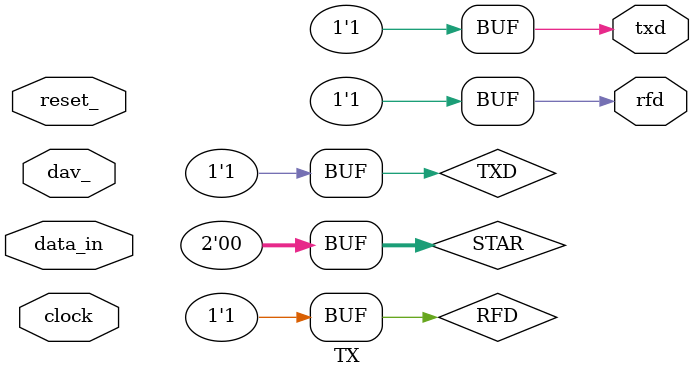
<source format=v>
module TX(
    txd, 
    clock, reset_, 
    data_in, rfd, dav_
);
    output txd;
    input clock, reset_;
    
    parameter N = 8; // message lenght
    parameter K = 1; // T_bit / T_clock. K must be > 1

    input [N-1:0] data_in;
    output rfd;
    input dav_;

    reg RFD; assign rfd = RFD;
    reg TXD; assign txd = TXD;
    
    reg[3:0] COUNT;
    reg[N+1:0] BUFFER;
    reg[1:0] STAR;
    reg[3:0] WAIT;
    localparam S0 = 0, S1 = 1, Wait = 2, S3 = 3;
    localparam marking=1'B1, start_bit=1'B0, stop_bit=1'B1;

    always @(reset_ == 0) #1 begin 
        RFD <= 1; 
        TXD <= marking; 
        STAR <= S0; 
    end
    
    always @(posedge clock) if (reset_ == 1) #3
        casex(STAR)
            S0: begin 
                RFD <= 1; 
                COUNT <= (N + 2); // start_bit + data_in + stop_bit
                TXD <= marking;
                BUFFER <= {stop_bit, data_in, start_bit};
                STAR <= (dav_ == 0) ? S1 : S0; // dav_ == 0 => data received
            end

            S1: begin 
                RFD <= 0; 
                TXD <= BUFFER[0]; // Get first byte to transmit
                BUFFER <= {marking, BUFFER[9:1]}; // Shift the data to the right

                COUNT <= COUNT - 1; 
                WAIT <= K - 1;
                STAR <= Wait; 
            end

            Wait: begin
                WAIT <= WAIT - 1;
                STAR <= (WAIT != 1) ? Wait : 
                        (COUNT == 0) ? S3 : S1;
            end

            S3: begin 
                STAR <= (dav_ == 1) ? S0 : S3; 
            end
        endcase
endmodule
</source>
